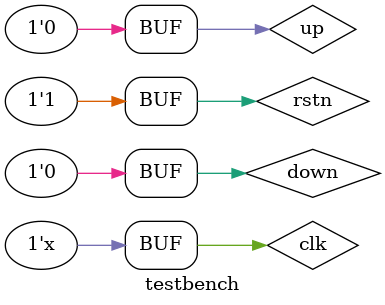
<source format=v>
`timescale 1ns / 1ps

module testbench();
    reg rstn, clk;
    reg down, up;
    initial begin
        rstn = 1'b0;
        clk = 1'b0;
        down = 1'b0;
        #100 rstn = 1'b1;
        #1000 down = 1'b1;
        #800000 down = 1'b0;

        #1000 up = 1'b1;
        #800000 up = 1'b0;

        #1000 up = 1'b1;
        #800000 up = 1'b0;

    end

    always #5 clk = ~clk;

    pipeline_CPU pipeline_CPU0(
        .rstn(rstn),
        .clk(clk),
        .down_btn_key(down),
        .up_btn_key(up)
    );
endmodule

</source>
